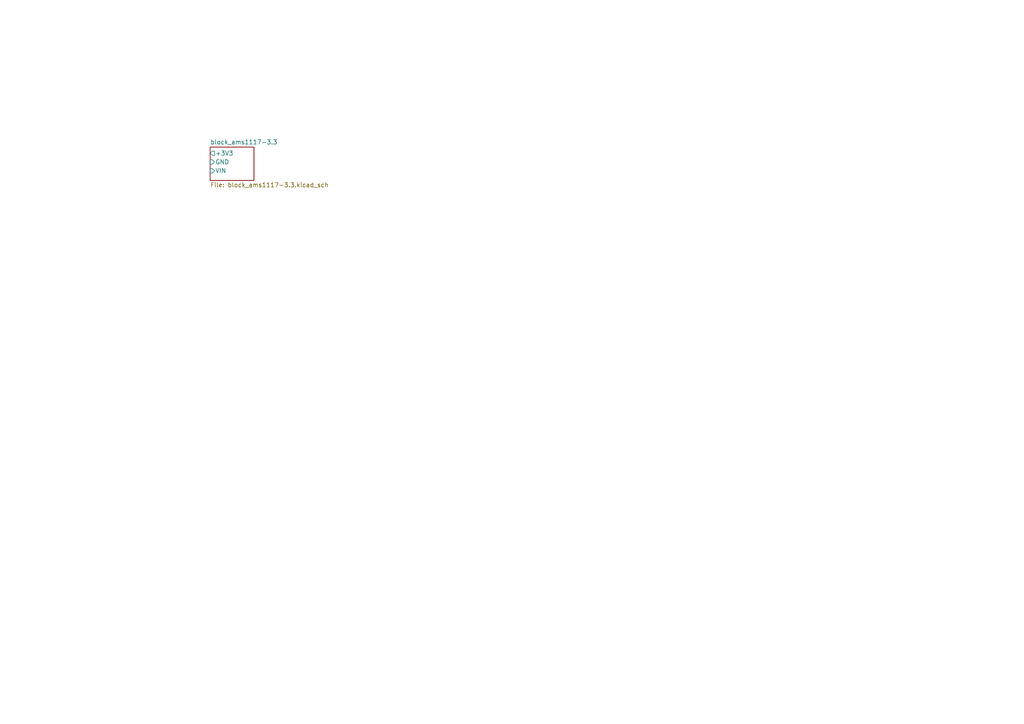
<source format=kicad_sch>
(kicad_sch
	(version 20250114)
	(generator "eeschema")
	(generator_version "9.0")
	(uuid "9f68b76c-189c-4994-b307-541ac4615c07")
	(paper "A4")
	(lib_symbols)
	(sheet
		(at 60.96 42.672)
		(size 12.7 9.652)
		(exclude_from_sim no)
		(in_bom yes)
		(on_board yes)
		(dnp no)
		(fields_autoplaced yes)
		(stroke
			(width 0.1524)
			(type solid)
		)
		(fill
			(color 0 0 0 0.0000)
		)
		(uuid "46a1e78e-e5d4-4916-8fc2-a3eedcf9a739")
		(property "Sheetname" "block_ams1117-3.3"
			(at 60.96 41.9604 0)
			(effects
				(font
					(size 1.27 1.27)
				)
				(justify left bottom)
			)
		)
		(property "Sheetfile" "block_ams1117-3.3.kicad_sch"
			(at 60.96 52.9086 0)
			(effects
				(font
					(size 1.27 1.27)
				)
				(justify left top)
			)
		)
		(pin "+3V3" output
			(at 60.96 44.45 180)
			(uuid "788f6cb3-c425-4b71-82bd-613197366b23")
			(effects
				(font
					(size 1.27 1.27)
				)
				(justify left)
			)
		)
		(pin "GND" input
			(at 60.96 46.99 180)
			(uuid "c4342165-f653-47d2-9418-13d81473bdbf")
			(effects
				(font
					(size 1.27 1.27)
				)
				(justify left)
			)
		)
		(pin "VIN" input
			(at 60.96 49.53 180)
			(uuid "c8034eff-1055-425c-bda5-4ed3ca90dabe")
			(effects
				(font
					(size 1.27 1.27)
				)
				(justify left)
			)
		)
		(instances
			(project "ams1117-3.3"
				(path "/9f68b76c-189c-4994-b307-541ac4615c07"
					(page "2")
				)
			)
		)
	)
	(sheet_instances
		(path "/"
			(page "1")
		)
	)
	(embedded_fonts no)
)

</source>
